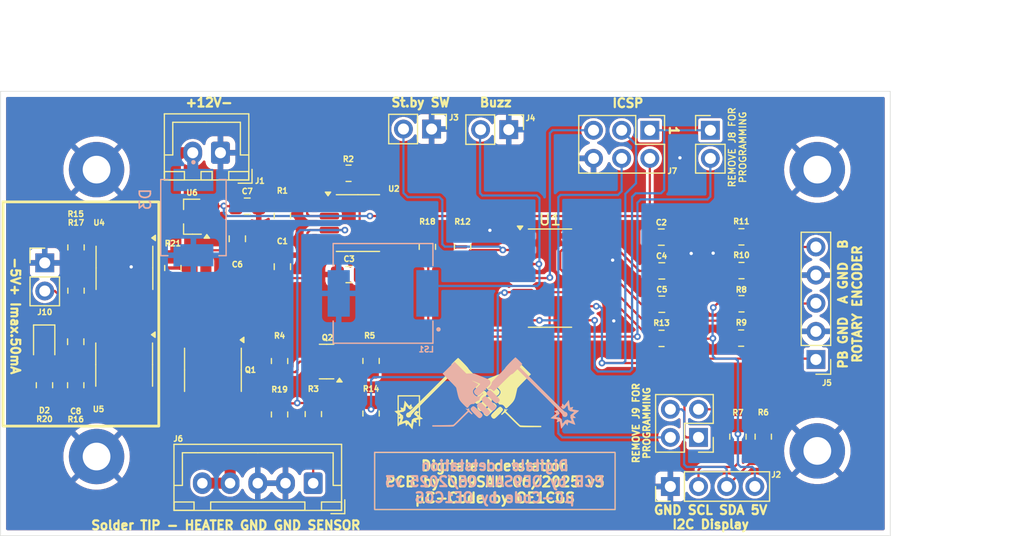
<source format=kicad_pcb>
(kicad_pcb (version 20240108) (generator "pcbnew") (generator_version "8.0")
  (layers (0 "F.Cu" signal) (31 "B.Cu" signal) (34 "B.Paste" user) (35 "F.Paste" user) (36 "B.SilkS" user "B.Silkscreen") (37 "F.SilkS" user "F.Silkscreen") (38 "B.Mask" user) (39 "F.Mask" user) (44 "Edge.Cuts" user))
  (net 0 "")
  (net 1 "GND")
  (net 2 "Net-(U2-+)")
  (net 3 "+5V")
  (net 4 "Net-(U1-PA3)")
  (net 5 "+12V")
  (net 6 "Net-(J2-Pin_2)")
  (net 7 "Net-(J2-Pin_3)")
  (net 8 "Net-(J3-Pin_2)")
  (net 9 "Net-(J4-Pin_2)")
  (net 10 "Net-(J5-Pin_1)")
  (net 11 "Net-(J5-Pin_3)")
  (net 12 "Net-(J5-Pin_5)")
  (net 13 "Net-(J6-Pin_4)")
  (net 14 "Net-(J6-Pin_1)")
  (net 15 "Net-(J8-Pin_2)")
  (net 16 "Net-(J7-MISO)")
  (net 17 "Net-(Q1-G)")
  (net 18 "Net-(Q2-G)")
  (net 19 "Net-(U2--)")
  (net 20 "Net-(R18-Pad1)")
  (net 24 "Net-(J7-~{RST})")
  (net 25 "Net-(U1-AREF{slash}PA0)")
  (net 26 "Net-(U1-PA1)")
  (net 27 "Net-(U1-PB2)")
  (net 28 "Net-(D1-A)")
  (net 30 "Net-(J7-MOSI)")
  (net 31 "Net-(J7-SCK)")
  (net 32 "Net-(U5-ADJ)")
  (net 33 "Net-(R15-Pad1)")
  (net 38 "Net-(J10-Pin_2)")
  (net 39 "Net-(D2-A)")
  (net 40 "Net-(U4-ADJ)")
  (net 41 "Net-(U4-VI)")
  (footprint "Resistor_SMD:R_0805_2012Metric_Pad1.20x1.40mm_HandSolder" (layer "F.Cu") (at 139.2174 85.6648 90)
    (property "Reference" "R12")
    (property "Value" "10k")
  )
  (footprint "Capacitor_SMD:C_0805_2012Metric_Pad1.18x1.45mm_HandSolder" (layer "F.Cu") (at 128.9597 88.17 180)
    (property "Reference" "C3")
    (property "Value" "10nF")
  )
  (footprint "Resistor_SMD:R_0805_2012Metric_Pad1.20x1.40mm_HandSolder" (layer "F.Cu") (at 125.7554 100.7712 90)
    (property "Reference" "R3")
    (property "Value" "5K6")
  )
  (footprint "Resistor_SMD:R_0805_2012Metric_Pad1.20x1.40mm_HandSolder" (layer "F.Cu") (at 164.3794 87.8144)
    (property "Reference" "R10")
    (property "Value" "10k")
  )
  (footprint "Resistor_SMD:R_0805_2012Metric_Pad1.20x1.40mm_HandSolder" (layer "F.Cu") (at 104.3432 85.7186 -90)
    (property "Reference" "R15")
    (property "Value" "27")
  )
  (footprint "Capacitor_SMD:C_0805_2012Metric_Pad1.18x1.45mm_HandSolder" (layer "F.Cu") (at 157.1889 90.8498 180)
    (property "Reference" "C5")
    (property "Value" "10nF")
  )
  (footprint "MountingHole:MountingHole_2.5mm_Pad" (layer "F.Cu") (at 106.1974 78.6958)
    (property "Reference" "H1" (hide yes))
    (property "Value" "MountingHole_Pad" (hide yes))
  )
  (footprint "Resistor_SMD:R_0805_2012Metric_Pad1.20x1.40mm_HandSolder" (layer "F.Cu") (at 104.3432 89.6272 -90)
    (property "Reference" "R17")
    (property "Value" "750")
  )
  (footprint "Resistor_SMD:R_0805_2012Metric_Pad1.20x1.40mm_HandSolder" (layer "F.Cu") (at 136.0424 85.6714 -90)
    (property "Reference" "R18")
    (property "Value" "5K6")
  )
  (footprint "Connector_PinHeader_2.54mm:PinHeader_1x04_P2.54mm_Vertical" (layer "F.Cu") (at 157.9626 107.3089 90)
    (property "Reference" "J2")
    (property "Value" "I2C")
  )
  (footprint "Resistor_SMD:R_0805_2012Metric_Pad1.20x1.40mm_HandSolder" (layer "F.Cu") (at 122.7074 95.9802 -90)
    (property "Reference" "R4")
    (property "Value" "10K")
  )
  (footprint "Resistor_SMD:R_0805_2012Metric_Pad1.20x1.40mm_HandSolder" (layer "F.Cu") (at 113.0808 87.5792 90)
    (property "Reference" "R21")
    (property "Value" "0")
  )
  (footprint "Resistor_SMD:R_0805_2012Metric_Pad1.20x1.40mm_HandSolder" (layer "F.Cu") (at 130.9624 95.9706 90)
    (property "Reference" "R5")
    (property "Value" "1K")
  )
  (footprint "Package_TO_SOT_SMD:SOT-23" (layer "F.Cu") (at 126.9469 96.0272 180)
    (property "Reference" "Q2")
    (property "Value" "IRLML2060")
  )
  (footprint "Resistor_SMD:R_0805_2012Metric_Pad1.20x1.40mm_HandSolder" (layer "F.Cu") (at 122.7074 100.8032 90)
    (property "Reference" "R19")
    (property "Value" "100k")
  )
  (footprint "Connector_PinHeader_2.54mm:PinHeader_1x02_P2.54mm_Vertical" (layer "F.Cu") (at 161.5694 75.1398)
    (property "Reference" "J8" (hide yes))
    (property "Value" "PROG-JUMP")
  )
  (footprint "Connector_PinHeader_2.54mm:PinHeader_1x02_P2.54mm_Vertical" (layer "F.Cu") (at 143.383 75.0824 -90)
    (property "Reference" "J4")
    (property "Value" "Buzz")
  )
  (footprint "MountingHole:MountingHole_2.5mm_Pad" (layer "F.Cu") (at 106.1974 104.6038)
    (property "Reference" "H3" (hide yes))
    (property "Value" "MountingHole_Pad" (hide yes))
  )
  (footprint "Connector_PinHeader_2.54mm:PinHeader_2x03_P2.54mm_Vertical" (layer "F.Cu") (at 156.1084 75.1398 -90)
    (property "Reference" "J7")
    (property "Value" "ISP")
  )
  (footprint "Package_TO_SOT_SMD:SOT-23_Handsoldering" (layer "F.Cu") (at 114.8066 82.9478 180)
    (property "Reference" "U6")
    (property "Value" "MCP1703Ax-120xxTT")
  )
  (footprint "Package_SO:SOIC-8_3.9x4.9mm_P1.27mm" (layer "F.Cu") (at 108.6866 96.3026 -90)
    (property "Reference" "U5")
    (property "Value" "LM317L_SO8")
  )
  (footprint "Connector_JST:JST_XH_B2B-XH-A_1x02_P2.50mm_Vertical" (layer "F.Cu") (at 117.3734 77.1718 180)
    (property "Reference" "J1")
    (property "Value" "12V POW")
  )
  (footprint "Capacitor_SMD:C_0805_2012Metric_Pad1.18x1.45mm_HandSolder" (layer "F.Cu") (at 122.9614 87.4588 90)
    (property "Reference" "C1")
    (property "Value" "10nF")
  )
  (footprint "Package_SO:SO-8_3.9x4.9mm_P1.27mm" (layer "F.Cu") (at 129.7782 83.5218)
    (property "Reference" "U2")
    (property "Value" "OPA336Ux")
  )
  (footprint "MountingHole:MountingHole_2.5mm_Pad" (layer "F.Cu") (at 171.2214 104.0958)
    (property "Reference" "H2" (hide yes))
    (property "Value" "MountingHole_Pad" (hide yes))
  )
  (footprint "Capacitor_SMD:C_0805_2012Metric_Pad1.18x1.45mm_HandSolder" (layer "F.Cu") (at 157.1889 87.8398)
    (property "Reference" "C4")
    (property "Value" "10nF")
  )
  (footprint "Resistor_SMD:R_0805_2012Metric_Pad1.20x1.40mm_HandSolder" (layer "F.Cu") (at 164.3794 90.8116 180)
    (property "Reference" "R8")
    (property "Value" "10k")
  )
  (footprint "Package_SO:SOIC-8_3.9x4.9mm_P1.27mm" (layer "F.Cu") (at 116.695 96.7734 -90)
    (property "Reference" "Q1")
    (property "Value" "IRF7416")
  )
  (footprint "Connector_PinHeader_2.54mm:PinHeader_1x02_P2.54mm_Vertical" (layer "F.Cu") (at 101.5238 87.117)
    (property "Reference" "J10")
    (property "Value" "5V/50mA")
  )
  (footprint "Resistor_SMD:R_0805_2012Metric_Pad1.20x1.40mm_HandSolder" (layer "F.Cu") (at 164.3474 93.9104 180)
    (property "Reference" "R9")
    (property "Value" "10k")
  )
  (footprint "Resistor_SMD:R_0805_2012Metric_Pad1.20x1.40mm_HandSolder" (layer "F.Cu") (at 130.9624 100.7204 90)
    (property "Reference" "R14")
    (property "Value" "10k")
  )
  (footprint "Resistor_SMD:R_0805_2012Metric_Pad1.20x1.40mm_HandSolder" (layer "F.Cu") (at 101.4984 98.1616 -90)
    (property "Reference" "R20")
    (property "Value" "10k")
  )
  (footprint "Resistor_SMD:R_0805_2012Metric_Pad1.20x1.40mm_HandSolder" (layer "F.Cu") (at 164.0586 102.8098 90)
    (property "Reference" "R7")
    (property "Value" "4k7")
  )
  (footprint "Capacitor_SMD:C_0805_2012Metric_Pad1.18x1.45mm_HandSolder" (layer "F.Cu") (at 119.7903 81.9978)
    (property "Reference" "C7")
    (property "Value" "1uF")
  )
  (footprint "Resistor_SMD:R_0805_2012Metric_Pad1.20x1.40mm_HandSolder" (layer "F.Cu") (at 128.9304 79.026)
    (property "Reference" "R2")
    (property "Value" "68k")
  )
  (footprint "Resistor_SMD:R_0805_2012Metric_Pad1.20x1.40mm_HandSolder" (layer "F.Cu") (at 122.9614 82.8708 90)
    (property "Reference" "R1")
    (property "Value" "100R")
  )
  (footprint "LED_SMD:LED_0805_2012Metric" (layer "F.Cu") (at 134.366 100.8103 -90)
    (property "Reference" "D1" (hide yes))
    (property "Value" "LED" (hide yes))
  )
  (footprint "Resistor_SMD:R_0805_2012Metric_Pad1.20x1.40mm_HandSolder" (layer "F.Cu") (at 104.3178 98.1616 -90)
    (property "Reference" "R16")
    (property "Value" "240")
  )
  (footprint "Resistor_SMD:R_0805_2012Metric_Pad1.20x1.40mm_HandSolder" (layer "F.Cu") (at 164.3728 84.7664 180)
    (property "Reference" "R11")
    (property "Value" "10k")
  )
  (footprint "Capacitor_SMD:C_0805_2012Metric_Pad1.18x1.45mm_HandSolder" (layer "F.Cu") (at 104.3178 94.2367 90)
    (property "Reference" "C8")
    (property "Value" "1uF")
  )
  (footprint "LED_SMD:LED_0805_2012Metric" (layer "F.Cu") (at 101.473 94.4118 -90)
    (property "Reference" "D2")
    (property "Value" "LED")
  )
  (footprint "Capacitor_SMD:C_0805_2012Metric_Pad1.18x1.45mm_HandSolder" (layer "F.Cu") (at 118.8974 84.9403 90)
    (property "Reference" "C6")
    (property "Value" "1uF")
  )
  (footprint "Connector_PinHeader_2.54mm:PinHeader_1x02_P2.54mm_Vertical" (layer "F.Cu") (at 136.4234 75.0316 -90)
    (property "Reference" "J3")
    (property "Value" "Std.by")
  )
  (footprint "LOGO" (layer "F.Cu") (at 139.8524 98.7552)
    (property "Reference" "G10" (hide yes))
    (property "Value" "LOGO" (hide yes))
  )
  (footprint "Package_SO:SOIC-8_3.9x4.9mm_P1.27mm" (layer "F.Cu") (at 108.712 87.565 -90)
    (property "Reference" "U4")
    (property "Value" "LM317L_SO8")
  )
  (footprint "Package_SO:SOIC-14_3.9x8.7mm_P1.27mm" (layer "F.Cu") (at 147.1026 88.4936)
    (property "Reference" "U1")
    (property "Value" "ATtiny84-20SS")
  )
  (footprint "Connector_PinHeader_2.54mm:PinHeader_1x05_P2.54mm_Vertical" (layer "F.Cu") (at 171.0944 95.8408 180)
    (property "Reference" "J5")
    (property "Value" "Conn_01x05_Pin")
  )
  (footprint "Resistor_SMD:R_0805_2012Metric_Pad1.20x1.40mm_HandSolder" (layer "F.Cu") (at 166.3446 102.8098 90)
    (property "Reference" "R6")
    (property "Value" "4k7")
  )
  (footprint "MountingHole:MountingHole_2.5mm_Pad" (layer "F.Cu") (at 171.2214 78.6958)
    (property "Reference" "H4" (hide yes))
    (property "Value" "MountingHole_Pad" (hide yes))
  )
  (footprint "Resistor_SMD:R_0805_2012Metric_Pad1.20x1.40mm_HandSolder" (layer "F.Cu") (at 157.1674 93.9358)
    (property "Reference" "R13")
    (property "Value" "10k")
  )
  (footprint "Connector_JST:JST_XH_B5B-XH-A_1x05_P2.50mm_Vertical" (layer "F.Cu") (at 125.7408 107.0102 180)
    (property "Reference" "J6")
    (property "Value" "Tip")
  )
  (footprint "Capacitor_SMD:C_0805_2012Metric_Pad1.18x1.45mm_HandSolder" (layer "F.Cu") (at 157.1459 84.7918)
    (property "Reference" "C2")
    (property "Value" "100nF")
  )
  (footprint "Connector_PinHeader_2.54mm:PinHeader_2x02_P2.54mm_Vertical" (layer "F.Cu") (at 160.5026 102.8766 180)
    (property "Reference" "J9" (hide yes))
    (property "Value" "PROG-JUMP2")
  )
  (footprint "LOGO" (layer "B.Cu") (at 142.948334 98.7044 180)
    (property "Reference" "G10" (hide yes))
    (property "Value" "LOGO" (hide yes))
  )
  (footprint "CPT-9019S-SMT:CUI_CPT-9019S-SMT" (layer "B.Cu") (at 132.0424 89.8718 90)
    (property "Reference" "LS1")
    (property "Value" "CPT-9019S-SMT" (hide yes))
  )
  (footprint "SK55C:DIO_SK55C" (layer "B.Cu") (at 114.935 83.029 -90)
    (property "Reference" "D3")
    (property "Value" "SK55C")
  )
  (gr_rect (start 97.7646 81.6102) (end 111.8108 101.854) (stroke (width 0.25)) (fill none) (layer "F.SilkS"))
  (gr_line (start 97.536 71.628) (end 177.8 71.628) (stroke (width 0.05)) (layer "Edge.Cuts"))
  (gr_line (start 177.8 71.628) (end 177.8 111.76) (stroke (width 0.05)) (layer "Edge.Cuts"))
  (gr_line (start 177.8 111.76) (end 97.536 111.76) (stroke (width 0.05)) (layer "Edge.Cuts"))
  (gr_line (start 97.536 111.76) (end 97.536 71.628) (stroke (width 0.05)) (layer "Edge.Cuts"))
  (gr_text "REMOVE J8 FOR\nPROGRAMMING" (at 164.846 76.6826 90) (layer "F.SilkS") (effects (font (size 0.6 0.6) (thickness 0.12) (bold yes)) (justify bottom)))
  (gr_text "1" (at 157.8102 74.6572 -90) (layer "F.SilkS") (effects (font (size 0.8 0.8) (thickness 0.2) (bold yes)) (justify left bottom)))
  (gr_text "ICSP" (at 152.6286 73.1586 0) (layer "F.SilkS") (effects (font (size 0.8 0.8) (thickness 0.2) (bold yes)) (justify left bottom)))
  (gr_text "PB GND  A GND  B\nROTARY ENCODER" (at 175.2854 90.837 90) (layer "F.SilkS") (effects (font (size 0.8 0.8) (thickness 0.2) (bold yes)) (justify bottom)))
  (gr_text "REMOVE J9 FOR\nPROGRAMMING" (at 156.1846 101.5812 90) (layer "F.SilkS") (effects (font (size 0.6 0.6) (thickness 0.15) (bold yes)) (justify bottom)))
  (gr_text "Solder TIP - HEATER GND GND SENSOR" (at 117.856 111.2774 0) (layer "F.SilkS") (effects (font (size 0.8 0.8) (thickness 0.2) (bold yes)) (justify bottom)))
  (gr_text "St.by SW" (at 132.6896 73.1012 0) (layer "F.SilkS") (effects (font (size 0.8 0.8) (thickness 0.2) (bold yes)) (justify left bottom)))
  (gr_text "GND SCL SDA 5V\nI2C Display" (at 161.5948 111.1951 0) (layer "F.SilkS") (effects (font (size 0.8 0.8) (thickness 0.2) (bold yes)) (justify bottom)))
  (gr_text "-5V+ Imax.50mA" (at 98.3996 86.5124 270) (layer "F.SilkS") (effects (font (size 0.8 0.8) (thickness 0.2) (bold yes)) (justify left bottom)))
  (gr_text "Buzz" (at 140.6652 73.1012 0) (layer "F.SilkS") (effects (font (size 0.8 0.8) (thickness 0.2) (bold yes)) (justify left bottom)))
  (gr_text "+12V-" (at 114.1222 73.1078 0) (layer "F.SilkS") (effects (font (size 0.8 0.8) (thickness 0.2) (bold yes)) (justify left bottom)))
  (gr_text_box "Digitale Loetstation\nPCB by OE9SAU 06/2025 v3\nµC-Code by OE1CGS" (start 131.2672 104.2162) (end 152.9588 109.3724) (layer "B.SilkS") (effects (font (size 0.9 0.9) (thickness 0.2) (bold yes)) (justify top mirror)) (border yes) (stroke (width 0.1)))
  (gr_text_box "Digitale Loetstation\nPCB by OE9SAU 06/2025 v3\nµC-Code by OE1CGS" (start 131.2926 104.2416) (end 152.9842 109.3978) (layer "F.SilkS") (effects (font (size 0.9 0.9) (thickness 0.2) (bold yes)) (justify top)) (border yes) (stroke (width 0.1)))
  (segment (start 120.7408 107.347) (end 120.7538 107.36) (width 1) (layer "F.Cu") (net 1))
  (via (at 161.8234 86.2396) (size 0.6) (drill 0.3) (layers "F.Cu" "B.Cu") (net 1))
  (via (at 152.7556 86.868) (size 0.6) (drill 0.3) (layers "F.Cu" "B.Cu") (net 1))
  (via (at 109.3216 87.4776) (size 0.6) (drill 0.3) (layers "F.Cu" "B.Cu") (net 1))
  (via (at 159.8422 86.265) (size 0.6) (drill 0.3) (layers "F.Cu" "B.Cu") (net 1))
  (via (at 152.8572 92.3544) (size 0.6) (drill 0.3) (layers "F.Cu" "B.Cu") (net 1))
  (via (at 141.6812 84.1756) (size 0.6) (drill 0.3) (layers "F.Cu" "B.Cu") (net 1))
  (via (at 158.8262 77.629) (size 0.6) (drill 0.3) (layers "F.Cu" "B.Cu") (net 1))
  (segment (start 124.2756 99.8032) (end 124.3076 99.7712) (width 0.2) (layer "F.Cu") (net 2))
  (segment (start 124.9465 88.4963) (end 122.9614 88.4963) (width 0.2) (layer "F.Cu") (net 2))
  (segment (start 122.7074 99.8032) (end 124.2756 99.8032) (width 0.2) (layer "F.Cu") (net 2))
  (segment (start 125.222 88.2208) (end 124.9465 88.4963) (width 0.2) (layer "F.Cu") (net 2))
  (segment (start 125.222 84.4108) (end 125.222 88.2208) (width 0.2) (layer "F.Cu") (net 2))
  (segment (start 124.3076 99.7712) (end 125.7554 99.7712) (width 0.2) (layer "F.Cu") (net 2))
  (segment (start 125.476 84.1568) (end 125.222 84.4108) (width 0.2) (layer "F.Cu") (net 2))
  (segment (start 128.6002 84.1568) (end 125.476 84.1568) (width 0.2) (layer "F.Cu") (net 2))
  (via (at 124.3076 99.7712) (size 0.6) (drill 0.3) (layers "F.Cu" "B.Cu") (net 2))
  (via (at 128.6002 84.1568) (size 0.6) (drill 0.3) (layers "F.Cu" "B.Cu") (net 2))
  (segment (start 124.3076 84.4296) (end 124.5804 84.1568) (width 0.2) (layer "B.Cu") (net 2))
  (segment (start 124.5804 84.1568) (end 128.6002 84.1568) (width 0.2) (layer "B.Cu") (net 2))
  (segment (start 124.3076 99.7712) (end 124.3076 84.4296) (width 0.2) (layer "B.Cu") (net 2))
  (segment (start 164.3888 83.1662) (end 164.1348 82.9122) (width 0.2) (layer "F.Cu") (net 3))
  (segment (start 143.9887 82.8907) (end 156.1084 82.8907) (width 0.2) (layer "F.Cu") (net 3))
  (segment (start 116.3066 81.9978) (end 117.6528 81.9978) (width 0.2) (layer "F.Cu") (net 3))
  (segment (start 158.192 93.9604) (end 161.7734 93.9604) (width 0.2) (layer "F.Cu") (net 3))
  (segment (start 132.8706 82.8868) (end 132.8745 82.8907) (width 0.2) (layer "F.Cu") (net 3))
  (segment (start 139.2174 82.9161) (end 139.192 82.8907) (width 0.2) (layer "F.Cu") (net 3))
  (segment (start 162.2044 90.7862) (end 163.3794 90.7862) (width 0.2) (layer "F.Cu") (net 3))
  (segment (start 130.8608 82.8868) (end 132.8706 82.8868) (width 0.2) (layer "F.Cu") (net 3))
  (segment (start 158.1674 93.9358) (end 158.192 93.9604) (width 0.2) (layer "F.Cu") (net 3))
  (segment (start 161.8361 91.1545) (end 162.2044 90.7862) (width 0.2) (layer "F.Cu") (net 3))
  (segment (start 161.7734 93.9604) (end 161.798 93.9358) (width 0.2) (layer "F.Cu") (net 3))
  (segment (start 139.192 82.8907) (end 143.9887 82.8907) (width 0.2) (layer "F.Cu") (net 3))
  (segment (start 156.1084 77.6798) (end 156.1084 78.8315) (width 0.2) (layer "F.Cu") (net 3))
  (segment (start 117.6782 81.9724) (end 117.7036 81.9978) (width 0.2) (layer "F.Cu") (net 3))
  (segment (start 144.526 82.8907) (end 143.9887 82.8907) (width 0.2) (layer "F.Cu") (net 3))
  (segment (start 156.1084 84.7918) (end 156.1084 82.8907) (width 0.2) (layer "F.Cu") (net 3))
  (segment (start 117.6528 81.9978) (end 117.6782 81.9724) (width 0.2) (layer "F.Cu") (net 3))
  (segment (start 166.3446 101.8098) (end 164.0586 101.8098) (width 0.2) (layer "F.Cu") (net 3))
  (segment (start 163.3794 90.7862) (end 163.3794 87.8144) (width 0.2) (layer "F.Cu") (net 3))
  (segment (start 163.3794 87.8144) (end 164.3888 86.805) (width 0.2) (layer "F.Cu") (net 3))
  (segment (start 164.3888 86.805) (end 164.3888 83.1662) (width 0.2) (layer "F.Cu") (net 3))
  (segment (start 164.0586 102.5652) (end 164.0586 101.8098) (width 0.2) (layer "F.Cu") (net 3))
  (segment (start 117.7036 81.9978) (end 118.7528 81.9978) (width 0.2) (layer "F.Cu") (net 3))
  (segment (start 156.1084 78.8315) (end 156.1084 82.8907) (width 0.2) (layer "F.Cu") (net 3))
  (segment (start 144.526 84.6648) (end 144.526 82.8907) (width 0.2) (layer "F.Cu") (net 3))
  (segment (start 164.1133 82.8907) (end 164.2618 83.0392) (width 0.2) (layer "F.Cu") (net 3))
  (segment (start 139.2174 84.6648) (end 139.2174 82.9161) (width 0.2) (layer "F.Cu") (net 3))
  (segment (start 156.1084 82.8907) (end 164.1133 82.8907) (width 0.2) (layer "F.Cu") (net 3))
  (segment (start 158.1674 93.9358) (end 158.6728 94.4412) (width 0.2) (layer "F.Cu") (net 3))
  (segment (start 132.8745 82.8907) (end 139.192 82.8907) (width 0.2) (layer "F.Cu") (net 3))
  (via (at 161.8361 91.1545) (size 0.6) (drill 0.3) (layers "F.Cu" "B.Cu") (net 3))
  (via (at 161.798 93.9358) (size 0.6) (drill 0.3) (layers "F.Cu" "B.Cu") (net 3))
  (via (at 117.6782 81.9724) (size 0.6) (drill 0.3) (layers "F.Cu" "B.Cu") (net 3))
  (via (at 164.0586 102.5652) (size 0.6) (drill 0.3) (layers "F.Cu" "B.Cu") (net 3))
  (via (at 130.8608 82.8868) (size 0.6) (drill 0.3) (layers "F.Cu" "B.Cu") (net 3))
  (segment (start 164.3126 105.5436) (end 164.0586 105.2896) (width 0.2) (layer "B.Cu") (net 3))
  (segment (start 165.5826 107.3089) (end 165.5826 105.7722) (width 0.2) (layer "B.Cu") (net 3))
  (segment (start 117.9322 82.8868) (end 117.6782 82.6328) (width 0.2) (layer "B.Cu") (net 3))
  (segment (start 161.7726 93.9104) (end 161.798 93.9358) (width 0.2) (layer "B.Cu") (net 3))
  (segment (start 165.354 105.5436) (end 164.3126 105.5436) (width 0.2) (layer "B.Cu") (net 3))
  (segment (start 161.8361 91.1545) (end 161.7726 91.218) (width 0.2) (layer "B.Cu") (net 3))
  (segment (start 161.798 95.536) (end 161.798 93.9358) (width 0.2) (layer "B.Cu") (net 3))
  (segment (start 162.0266 95.7646) (end 161.798 95.536) (width 0.2) (layer "B.Cu") (net 3))
  (segment (start 161.7726 91.218) (end 161.7726 93.9104) (width 0.2) (layer "B.Cu") (net 3))
  (segment (start 164.0586 105.2896) (end 164.0586 95.9678) (width 0.2) (layer "B.Cu") (net 3))
  (segment (start 165.5826 105.7722) (end 165.354 105.5436) (width 0.2) (layer "B.Cu") (net 3))
  (segment (start 117.6782 82.6328) (end 117.6782 81.9724) (width 0.2) (layer "B.Cu") (net 3))
  (segment (start 130.8608 82.8868) (end 117.9322 82.8868) (width 0.2) (layer "B.Cu") (net 3))
  (segment (start 164.0586 95.9678) (end 163.8554 95.7646) (width 0.2) (layer "B.Cu") (net 3))
  (segment (start 163.8554 95.7646) (end 162.0266 95.7646) (width 0.2) (layer "B.Cu") (net 3))
  (segment (start 147.066 90.0176) (end 147.32 89.7636) (width 0.2) (layer "F.Cu") (net 4))
  (segment (start 130.0187 88.1485) (end 130.0187 86.9547) (width 0.2) (layer "F.Cu") (net 4))
  (segment (start 136.1186 92.9894) (end 136.3472 93.218) (width 0.2) (layer "F.Cu") (net 4))
  (segment (start 147.32 89.7636) (end 149.5776 89.7636) (width 0.2) (layer "F.Cu") (net 4))
  (segment (start 147.066 93.0148) (end 147.066 90.0176) (width 0.2) (layer "F.Cu") (net 4))
  (segment (start 146.8628 93.218) (end 147.066 93.0148) (width 0.2) (layer "F.Cu") (net 4))
  (segment (start 136.3472 93.218) (end 146.8628 93.218) (width 0.2) (layer "F.Cu") (net 4))
  (segment (start 130.2976 86.6758) (end 136.1186 86.6758) (width 0.2) (layer "F.Cu") (net 4))
  (segment (start 136.1186 86.6758) (end 136.1186 92.9894) (width 0.2) (layer "F.Cu") (net 4))
  (segment (start 130.0187 86.9547) (end 130.2976 86.6758) (width 0.2) (layer "F.Cu") (net 4))
  (segment (start 113.3066 77.6506) (end 113.3066 80.6196) (width 1) (layer "F.Cu") (net 5))
  (segment (start 118.6 94.9802) (end 122.7074 94.9802) (width 0.2) (layer "F.Cu") (net 5))
  (segment (start 118.6725 95.0384) (end 116.8275 95.0384) (width 0.5) (layer "F.Cu") (net 5))
  (segment (start 115.81 94.8384) (end 118.35 94.8384) (width 0.5) (layer "F.Cu") (net 5))
  (segment (start 113.35 86.31) (end 113.35 82.9912) (width 1) (layer "F.Cu") (net 5))
  (segment (start 113.0808 86.5792) (end 113.3 86.36) (width 1) (layer "F.Cu") (net 5))
  (segment (start 116.08 93.5784) (end 116.06 93.5984) (width 0.5) (layer "F.Cu") (net 5))
  (segment (start 113.0808 86.5792) (end 113.5516 87.05) (width 0.2) (layer "F.Cu") (net 5))
  (segment (start 118.67125 93.2484) (end 116.08875 93.2484) (width 0.5) (layer "F.Cu") (net 5))
  (segment (start 113.7854 77.1718) (end 113.3066 77.6506) (width 1) (layer "F.Cu") (net 5))
  (segment (start 118.6 94.2984) (end 118.6 94.9802) (width 0.2) (layer "F.Cu") (net 5))
  (segment (start 115.94 94.0084) (end 118.48 94.0084) (width 0.5) (layer "F.Cu") (net 5))
  (segment (start 115.8 95.2884) (end 115.8 92.4984) (width 0.5) (layer "F.Cu") (net 5))
  (segment (start 115.81 94.5284) (end 118.35 94.5284) (width 0.5) (layer "F.Cu") (net 5))
  (segment (start 116.06 87.0024) (end 116.06 94.81) (width 1) (layer "F.Cu") (net 5))
  (segment (start 113.0808 86.5792) (end 113.35 86.31) (width 1) (layer "F.Cu") (net 5))
  (segment (start 122.3394 94.9482) (end 122.7074 94.5802) (width 0.2) (layer "F.Cu") (net 5))
  (segment (start 118.6625 93.5784) (end 116.08 93.5784) (width 0.5) (layer "F.Cu") (net 5))
  (segment (start 118.71 93.2484) (end 118.71 95.2284) (width 0.5) (layer "F.Cu") (net 5))
  (segment (start 115.79 95.2984) (end 118.71 95.2984) (width 0.5) (layer "F.Cu") (net 5))
  (segment (start 114.8734 77.1718) (end 113.7854 77.1718) (width 1) (layer "F.Cu") (net 5))
  (segment (start 118.6 94.2984) (end 117.87 95.0284) (width 0.5) (layer "F.Cu") (net 5))
  (segment (start 115.4176 86.36) (end 116.06 87.0024) (width 1) (layer "F.Cu") (net 5))
  (segment (start 118.71 95.2284) (end 118.64 95.2984) (width 0.5) (layer "F.Cu") (net 5))
  (segment (start 115.79 95.2984) (end 115.8 95.2884) (width 0.5) (layer "F.Cu") (net 5))
  (segment (start 115.79 95.0384) (end 118.33 95.0384) (width 0.5) (layer "F.Cu") (net 5))
  (segment (start 113.3066 80.6196) (end 113.3066 82.9478) (width 1) (layer "F.Cu") (net 5))
  (segment (start 118.8974 85.9778) (end 113.6822 85.9778) (width 0.2) (layer "F.Cu") (net 5))
  (segment (start 116.06 94.2984) (end 118.6 94.2984) (width 0.5) (layer "F.Cu") (net 5))
  (segment (start 113.6822 85.9778) (end 113.0808 86.5792) (width 0.2) (layer "F.Cu") (net 5))
  (segment (start 113.35 82.9912) (end 113.3066 82.9478) (width 1) (layer "F.Cu") (net 5))
  (segment (start 117.87 95.0284) (end 116.025 95.0284) (width 0.5) (layer "F.Cu") (net 5))
  (segment (start 113.3 86.36) (end 115.4176 86.36) (width 1) (layer "F.Cu") (net 5))
  (segment (start 114.8734 79.5674) (end 114.935 79.629) (width 1) (layer "B.Cu") (net 5))
  (segment (start 114.8734 77.1718) (end 114.8734 79.5674) (width 1) (layer "B.Cu") (net 5))
  (segment (start 160.5026 107.3089) (end 160.5026 105.7976) (width 0.2) (layer "F.Cu") (net 6))
  (segment (start 162.5092 100.3366) (end 160.5026 100.3366) (width 0.2) (layer "F.Cu") (net 6))
  (segment (start 160.5026 105.7976) (end 160.7566 105.5436) (width 0.2) (layer "F.Cu") (net 6))
  (segment (start 163.7284 105.5436) (end 164.0586 105.2134) (width 0.2) (layer "F.Cu") (net 6))
  (segment (start 160.6296 107.1819) (end 160.5026 107.3089) (width 0.2) (layer "F.Cu") (net 6))
  (segment (start 163.036 103.8098) (end 162.7632 103.537) (width 0.2) (layer "F.Cu") (net 6))
  (segment (start 160.7566 105.5436) (end 163.7284 105.5436) (width 0.2) (layer "F.Cu") (net 6))
  (segment (start 162.7632 103.537) (end 162.7632 100.5906) (width 0.2) (layer "F.Cu") (net 6))
  (segment (start 164.0586 105.2134) (end 164.0586 103.8098) (width 0.2) (layer "F.Cu") (net 6))
  (segment (start 164.0586 103.8098) (end 163.036 103.8098) (width 0.2) (layer "F.Cu") (net 6))
  (segment (start 162.7632 100.5906) (end 162.5092 100.3366) (width 0.2) (layer "F.Cu") (net 6))
  (segment (start 166.3446 104.934) (end 166.007515 105.271085) (width 0.2) (layer "F.Cu") (net 7))
  (segment (start 166.007515 105.271085) (end 165.080415 105.271085) (width 0.2) (layer "F.Cu") (net 7))
  (segment (start 166.3446 103.8098) (end 166.3446 104.934) (width 0.2) (layer "F.Cu") (net 7))
  (segment (start 165.080415 105.271085) (end 163.0426 107.3089) (width 0.2) (layer "F.Cu") (net 7))
  (segment (start 162.8394 105.5436) (end 163.0426 105.7468) (width 0.2) (layer "B.Cu") (net 7))
  (segment (start 158.9786 100.3366) (end 159.2072 100.5652) (width 0.2) (layer "B.Cu") (net 7))
  (segment (start 157.9626 100.3366) (end 158.9786 100.3366) (width 0.2) (layer "B.Cu") (net 7))
  (segment (start 159.2072 100.5652) (end 159.2072 105.315) (width 0.2) (layer "B.Cu") (net 7))
  (segment (start 159.2072 105.315) (end 159.4358 105.5436) (width 0.2) (layer "B.Cu") (net 7))
  (segment (start 163.0426 105.7468) (end 163.0426 107.3089) (width 0.2) (layer "B.Cu") (net 7))
  (segment (start 159.4358 105.5436) (end 162.8394 105.5436) (width 0.2) (layer "B.Cu") (net 7))
  (segment (start 142.8496 85.9536) (end 139.9286 85.9536) (width 0.2) (layer "F.Cu") (net 8))
  (segment (start 139.9286 85.9536) (end 139.2174 86.6648) (width 0.2) (layer "F.Cu") (net 8))
  (segment (start 142.8496 85.9536) (end 144.6276 85.9536) (width 0.2) (layer "F.Cu") (net 8))
  (via (at 142.8496 85.9536) (size 0.6) (drill 0.3) (layers "F.Cu" "B.Cu") (net 8))
  (segment (start 142.5448 85.6488) (end 142.8496 85.9536) (width 0.2) (layer "B.Cu") (net 8))
  (segment (start 133.8834 74.8604) (end 133.8834 80.7974) (width 0.2) (layer "B.Cu") (net 8))
  (segment (start 137.1346 81.185) (end 137.3886 81.439) (width 0.2) (layer "B.Cu") (net 8))
  (segment (start 133.8834 80.7974) (end 134.271 81.185) (width 0.2) (layer "B.Cu") (net 8))
  (segment (start 137.3886 85.4202) (end 137.6172 85.6488) (width 0.2) (layer "B.Cu") (net 8))
  (segment (start 137.3886 81.439) (end 137.3886 85.4202) (width 0.2) (layer "B.Cu") (net 8))
  (segment (start 134.271 81.185) (end 137.1346 81.185) (width 0.2) (layer "B.Cu") (net 8))
  (segment (start 137.6172 85.6488) (end 142.5448 85.6488) (width 0.2) (layer "B.Cu") (net 8))
  (segment (start 146.05 87.2236) (end 144.6276 87.2236) (width 0.2) (layer "F.Cu") (net 9))
  (via (at 146.1008 87.2236) (size 0.6) (drill 0.3) (layers "F.Cu" "B.Cu") (net 9))
  (segment (start 140.7922 80.8228) (end 141.002 81.0326) (width 0.2) (layer "B.Cu") (net 9))
  (segment (start 140.843 75.0824) (end 140.7922 75.1332) (width 0.2) (layer "B.Cu") (net 9))
  (segment (start 136.7094 89.2048) (end 136.0424 89.8718) (width 0.2) (layer "B.Cu") (net 9))
  (segment (start 146.1516 89.0016) (end 145.9484 89.2048) (width 0.2) (layer "B.Cu") (net 9))
  (segment (start 146.1516 81.28) (end 146.1516 89.0016) (width 0.2) (layer "B.Cu") (net 9))
  (segment (start 145.9484 89.2048) (end 136.7094 89.2048) (width 0.2) (layer "B.Cu") (net 9))
  (segment (start 141.002 81.0326) (end 145.9042 81.0326) (width 0.2) (layer "B.Cu") (net 9))
  (segment (start 145.9042 81.0326) (end 146.1516 81.28) (width 0.2) (layer "B.Cu") (net 9))
  (segment (start 140.7922 75.1332) (end 140.7922 80.8228) (width 0.2) (layer "B.Cu") (net 9))
  (segment (start 150.7252 88.4936) (end 156.1674 93.9358) (width 0.2) (layer "F.Cu") (net 10))
  (segment (start 156.1674 95.4934) (end 156.1674 93.9358) (width 0.2) (layer "F.Cu") (net 10))
  (segment (start 149.5776 88.4936) (end 150.7252 88.4936) (width 0.2) (layer "F.Cu") (net 10))
  (segment (start 171.0944 95.8408) (end 171.0182 95.7646) (width 0.2) (layer "F.Cu") (net 10))
  (segment (start 156.4386 95.7646) (end 156.1674 95.4934) (width 0.2) (layer "F.Cu") (net 10))
  (segment (start 171.0182 95.7646) (end 156.4386 95.7646) (width 0.2) (layer "F.Cu") (net 10))
  (segment (start 171.0944 90.7862) (end 165.6588 90.7862) (width 0.2) (layer "F.Cu") (net 11))
  (segment (start 165.6588 90.7862) (end 165.3474 91.0976) (width 0.2) (layer "F.Cu") (net 11))
  (segment (start 165.3474 91.0976) (end 165.3474 93.9104) (width 0.2) (layer "F.Cu") (net 11))
  (segment (start 165.3728 84.7664) (end 165.3728 85.0646) (width 0.2) (layer "F.Cu") (net 12))
  (segment (start 165.3794 84.7664) (end 165.3794 85.6046) (width 0.2) (layer "F.Cu") (net 12))
  (segment (start 165.3794 84.741) (end 165.3794 87.7128) (width 0.2) (layer "F.Cu") (net 12))
  (segment (start 165.3794 85.7062) (end 165.4048 85.6808) (width 0.2) (layer "F.Cu") (net 12))
  (segment (start 165.4048 85.6808) (end 171.0944 85.6808) (width 0.2) (layer "F.Cu") (net 12))
  (segment (start 118.25 100.3684) (end 118.25 107.001) (width 1) (layer "F.Cu") (net 13))
  (segment (start 114.79 99.2484) (end 114.81 99.2684) (width 0.5) (layer "F.Cu") (net 13))
  (segment (start 118.2408 107.0102) (end 115.7408 107.0102) (width 1) (layer "F.Cu") (net 13))
  (segment (start 117.945 99.6484) (end 114.895 99.6484) (width 0.5) (layer "F.Cu") (net 13))
  (segment (start 114.79 99.9584) (end 114.79 99.2484) (width 0.5) (layer "F.Cu") (net 13))
  (segment (start 118.23 100.3484) (end 117.84 99.9584) (width 0.5) (layer "F.Cu") (net 13))
  (segment (start 114.81 99.2684) (end 118.63 99.2684) (width 0.5) (layer "F.Cu") (net 13))
  (segment (start 118.23 100.3484) (end 118.25 100.3684) (width 1) (layer "F.Cu") (net 13))
  (segment (start 117.84 99.9584) (end 114.79 99.9584) (width 0.5) (layer "F.Cu") (net 13))
  (segment (start 117.965 98.8684) (end 114.915 98.8684) (width 0.5) (layer "F.Cu") (net 13))
  (segment (start 118.665 98.5184) (end 115.615 98.5184) (width 0.5) (layer "F.Cu") (net 13))
  (segment (start 118.23 107.3362) (end 118.2408 107.3254) (width 1) (layer "F.Cu") (net 13))
  (segment (start 118.23 99.6684) (end 118.23 100.3484) (width 1) (layer "F.Cu") (net 13))
  (segment (start 118.395 98.8684) (end 115.345 98.8684) (width 0.5) (layer "F.Cu") (net 13))
  (segment (start 117.79 100.1684) (end 114.74 100.1684) (width 0.5) (layer "F.Cu") (net 13))
  (segment (start 117.825 98.5184) (end 114.775 98.5184) (width 0.5) (layer "F.Cu") (net 13))
  (segment (start 118.25 107.001) (end 118.2408 107.0102) (width 1) (layer "F.Cu") (net 13))
  (segment (start 125.7554 101.7712) (end 125.7408 101.7858) (width 0.2) (layer "F.Cu") (net 14))
  (segment (start 125.7874 101.8032) (end 125.7554 101.7712) (width 0.2) (layer "F.Cu") (net 14))
  (segment (start 125.7408 102.2974) (end 125.7408 107.347) (width 0.2) (layer "F.Cu") (net 14))
  (segment (start 131.1656 93.7768) (end 130.9624 93.98) (width 0.2) (layer "F.Cu") (net 15))
  (segment (start 154.94 93.8784) (end 154.94 93.7768) (width 0.2) (layer "F.Cu") (net 15))
  (segment (start 154.94 93.7768) (end 131.1656 93.7768) (width 0.2) (layer "F.Cu") (net 15))
  (segment (start 130.9624 93.98) (end 130.9624 94.9706) (width 0.2) (layer "F.Cu") (net 15))
  (via (at 154.9908 93.7768) (size 0.6) (drill 0.3) (layers "F.Cu" "B.Cu") (net 15))
  (segment (start 154.9908 81.6864) (end 155.289 81.3882) (width 0.2) (layer "B.Cu") (net 15))
  (segment (start 161.3154 81.3882) (end 161.5694 81.1342) (width 0.2) (layer "B.Cu") (net 15))
  (segment (start 154.9908 93.7768) (end 154.9908 81.6864) (width 0.2) (layer "B.Cu") (net 15))
  (segment (start 155.289 81.3882) (end 161.3154 81.3882) (width 0.2) (layer "B.Cu") (net 15))
  (segment (start 161.5694 81.1342) (end 161.5694 77.8018) (width 0.2) (layer "B.Cu") (net 15))
  (segment (start 151.13 92.3036) (end 149.5776 92.3036) (width 0.2) (layer "F.Cu") (net 16))
  (via (at 151.13 92.3036) (size 0.6) (drill 0.3) (layers "F.Cu" "B.Cu") (net 16))
  (segment (start 151.13 92.3036) (end 151.13 96.4692) (width 0.2) (layer "B.Cu") (net 16))
  (segment (start 154.305 96.9264) (end 154.5082 96.7232) (width 0.2) (layer "B.Cu") (net 16))
  (segment (start 161.5694 75.2618) (end 161.4474 75.1398) (width 0.2) (layer "B.Cu") (net 16))
  (segment (start 151.13 96.4692) (end 151.13 96.6216) (width 0.2) (layer "B.Cu") (net 16))
  (segment (start 154.5082 81.1596) (end 154.5082 96.7232) (width 0.2) (layer "B.Cu") (net 16))
  (segment (start 161.4474 75.1398) (end 156.1084 75.1398) (width 0.2) (layer "B.Cu") (net 16))
  (segment (start 157.1244 80.8294) (end 154.8384 80.8294) (width 0.2) (layer "B.Cu") (net 16))
  (segment (start 151.4348 96.9264) (end 154.305 96.9264) (width 0.2) (layer "B.Cu") (net 16))
  (segment (start 151.13 96.6216) (end 151.4348 96.9264) (width 0.2) (layer "B.Cu") (net 16))
  (segment (start 154.8384 80.8294) (end 154.5082 81.1596) (width 0.2) (layer "B.Cu") (net 16))
  (segment (start 157.4038 75.1398) (end 157.4038 80.55) (width 0.2) (layer "B.Cu") (net 16))
  (segment (start 157.4038 80.55) (end 157.1244 80.8294) (width 0.2) (layer "B.Cu") (net 16))
  (segment (start 126.0094 96.0272) (end 124.5464 96.0272) (width 0.2) (layer "F.Cu") (net 17))
  (segment (start 114.79 96.7984) (end 114.9718 96.9802) (width 0.2) (layer "F.Cu") (net 17))
  (segment (start 124.333 96.777) (end 124.1298 96.9802) (width 0.2) (layer "F.Cu") (net 17))
  (segment (start 124.333 96.2406) (end 124.333 96.777) (width 0.2) (layer "F.Cu") (net 17))
  (segment (start 124.1298 96.9802) (end 122.7074 96.9802) (width 0.2) (layer "F.Cu") (net 17))
  (segment (start 114.79 94.2984) (end 114.79 96.7984) (width 0.2) (layer "F.Cu") (net 17))
  (segment (start 114.9718 96.9802) (end 122.7074 96.9802) (width 0.2) (layer "F.Cu") (net 17))
  (segment (start 124.5464 96.0272) (end 124.333 96.2406) (width 0.2) (layer "F.Cu") (net 17))
  (segment (start 130.9624 96.9706) (end 127.9622 96.9706) (width 0.2) (layer "F.Cu") (net 18))
  (segment (start 130.416 96.5454) (end 130.9624 97.0918) (width 0.2) (layer "F.Cu") (net 18))
  (segment (start 127.9622 96.9706) (end 127.8844 97.0484) (width 0.2) (layer "F.Cu") (net 18))
  (segment (start 122.9614 81.8708) (end 122.9868 81.8962) (width 0.2) (layer "F.Cu") (net 19))
  (segment (start 125.5268 79.0768) (end 127.8796 79.0768) (width 0.2) (layer "F.Cu") (net 19))
  (segment (start 125.1966 82.6836) (end 125.3998 82.8868) (width 0.2) (layer "F.Cu") (net 19))
  (segment (start 125.1966 81.8962) (end 125.1966 79.407) (width 0.2) (layer "F.Cu") (net 19))
  (segment (start 125.1966 79.407) (end 125.5268 79.0768) (width 0.2) (layer "F.Cu") (net 19))
  (segment (start 127.8796 79.0768) (end 127.9304 79.026) (width 0.2) (layer "F.Cu") (net 19))
  (segment (start 125.3998 82.8868) (end 127.2032 82.8868) (width 0.2) (layer "F.Cu") (net 19))
  (segment (start 122.9868 81.8962) (end 125.1966 81.8962) (width 0.2) (layer "F.Cu") (net 19))
  (segment (start 125.1966 81.8962) (end 125.1966 82.6836) (width 0.2) (layer "F.Cu") (net 19))
  (segment (start 136.0424 84.6714) (end 136.0038 84.6328) (width 0.2) (layer "F.Cu") (net 20))
  (segment (start 133.9088 84.6328) (end 133.4328 84.1568) (width 0.2) (layer "F.Cu") (net 20))
  (segment (start 130.1242 84.1568) (end 129.9304 83.963) (width 0.2) (layer "F.Cu") (net 20))
  (segment (start 132.3532 84.1568) (end 130.1242 84.1568) (width 0.2) (layer "F.Cu") (net 20))
  (segment (start 133.4328 84.1568) (end 132.3532 84.1568) (width 0.2) (layer "F.Cu") (net 20))
  (segment (start 129.9304 83.963) (end 129.9304 79.026) (width 0.2) (layer "F.Cu") (net 20))
  (segment (start 136.0038 84.6328) (end 133.9088 84.6328) (width 0.2) (layer "F.Cu") (net 20))
  (segment (start 144.6276 88.4936) (end 147.0406 88.4936) (width 0.2) (layer "F.Cu") (net 24))
  (segment (start 147.0406 88.4936) (end 147.0914 88.4428) (width 0.2) (layer "F.Cu") (net 24))
  (via (at 147.0914 88.4428) (size 0.6) (drill 0.3) (layers "F.Cu" "B.Cu") (net 24))
  (segment (start 147.3454 75.1398) (end 151.0284 75.1398) (width 0.2) (layer "B.Cu") (net 24))
  (segment (start 147.0914 75.3938) (end 147.3454 75.1398) (width 0.2) (layer "B.Cu") (net 24))
  (segment (start 147.0914 88.4428) (end 147.0914 75.3938) (width 0.2) (layer "B.Cu") (net 24))
  (segment (start 151.1396 87.8936) (end 154.0604 90.8144) (width 0.2) (layer "F.Cu") (net 25))
  (segment (start 163.3474 92.5388) (end 163.1442 92.3356) (width 0.2) (layer "F.Cu") (net 25))
  (segment (start 153.2824 85.9536) (end 149.5776 85.9536) (width 0.2) (layer "F.Cu") (net 25))
  (segment (start 151.0696 87.8936) (end 151.1396 87.8936) (width 0.2) (layer "F.Cu") (net 25))
  (segment (start 155.5496 92.3356) (end 154.0604 90.8464) (width 0.2) (layer "F.Cu") (net 25))
  (segment (start 148.0312 87.6808) (end 148.244 87.8936) (width 0.2) (layer "F.Cu") (net 25))
  (segment (start 154.0604 90.8464) (end 153.9748 90.7608) (width 0.2) (layer "F.Cu") (net 25))
  (segment (start 163.3474 93.9104) (end 163.3474 92.5388) (width 0.2) (layer "F.Cu") (net 25))
  (segment (start 148.1836 85.9536) (end 148.0312 86.106) (width 0.2) (layer "F.Cu") (net 25))
  (segment (start 154.0604 90.8144) (end 154.0604 90.8464) (width 0.2) (layer "F.Cu") (net 25))
  (segment (start 155.1686 87.8398) (end 153.2824 85.9536) (width 0.2) (layer "F.Cu") (net 25))
  (segment (start 163.1442 92.3356) (end 155.5496 92.3356) (width 0.2) (layer "F.Cu") (net 25))
  (segment (start 148.0312 86.106) (end 148.0312 87.6808) (width 0.2) (layer "F.Cu") (net 25))
  (segment (start 156.1514 87.8398) (end 155.1686 87.8398) (width 0.2) (layer "F.Cu") (net 25))
  (segment (start 149.5776 85.9536) (end 148.1836 85.9536) (width 0.2) (layer "F.Cu") (net 25))
  (segment (start 148.244 87.8936) (end 151.0696 87.8936) (width 0.2) (layer "F.Cu") (net 25))
  (segment (start 160.7566 89.4654) (end 156.3878 89.4654) (width 0.2) (layer "F.Cu") (net 26))
  (segment (start 156.1514 89.7018) (end 156.1514 90.8498) (width 0.2) (layer "F.Cu") (net 26))
  (segment (start 151.7076 87.2236) (end 149.5776 87.2236) (width 0.2) (layer "F.Cu") (net 26))
  (segment (start 160.909 84.995) (end 160.909 89.313) (width 0.2) (layer "F.Cu") (net 26))
  (segment (start 156.1514 90.8498) (end 155.3338 90.8498) (width 0.2) (layer "F.Cu") (net 26))
  (segment (start 161.1122 84.7918) (end 160.909 84.995) (width 0.2) (layer "F.Cu") (net 26))
  (segment (start 156.3878 89.4654) (end 156.1514 89.7018) (width 0.2) (layer "F.Cu") (net 26))
  (segment (start 155.3338 90.8498) (end 151.7076 87.2236) (width 0.2) (layer "F.Cu") (net 26))
  (segment (start 163.3794 84.7918) (end 161.1122 84.7918) (width 0.2) (layer "F.Cu") (net 26))
  (segment (start 160.909 89.313) (end 160.7566 89.4654) (width 0.2) (layer "F.Cu") (net 26))
  (segment (start 130.8354 100.3018) (end 130.9342 100.3018) (width 0.2) (layer "F.Cu") (net 27))
  (segment (start 143.0432 89.7636) (end 144.6276 89.7636) (width 0.2) (layer "F.Cu") (net 27))
  (segment (start 143.002 89.8048) (end 143.0432 89.7636) (width 0.2) (layer "F.Cu") (net 27))
  (segment (start 130.9342 100.3018) (end 130.9624 100.33) (width 0.2) (layer "F.Cu") (net 27))
  (via (at 130.9624 100.33) (size 0.6) (drill 0.3) (layers "F.Cu" "B.Cu") (net 27))
  (via (at 143.002 89.8048) (size 0.6) (drill 0.3) (layers "F.Cu" "B.Cu") (net 27))
  (segment (start 143.002 89.8048) (end 142.6052 89.8048) (width 0.2) (layer "B.Cu") (net 27))
  (segment (start 142.1892 97.4344) (end 131.2164 97.4344) (width 0.2) (layer "B.Cu") (net 27))
  (segment (start 142.3924 97.2312) (end 142.1892 97.4344) (width 0.2) (layer "B.Cu") (net 27))
  (segment (start 131.2164 97.4344) (end 130.9624 97.6884) (width 0.2) (layer "B.Cu") (net 27))
  (segment (start 130.9624 97.6884) (end 130.9624 100.33) (width 0.2) (layer "B.Cu") (net 27))
  (segment (start 142.6052 89.8048) (end 142.3924 90.0176) (width 0.2) (layer "B.Cu") (net 27))
  (segment (start 142.3924 90.0176) (end 142.3924 97.2312) (width 0.2) (layer "B.Cu") (net 27))
  (segment (start 130.9624 101.7204) (end 134.2832 101.7204) (width 0.2) (layer "F.Cu") (net 28))
  (segment (start 134.2832 101.7204) (end 134.366 101.8032) (width 0.2) (layer "F.Cu") (net 28))
  (segment (start 144.6276 92.3036) (end 146.1516 92.3036) (width 0.2) (layer "F.Cu") (net 30))
  (via (at 146.1516 92.3036) (size 0.6) (drill 0.3) (layers "F.Cu" "B.Cu") (net 30))
  (segment (start 147.8534 81.185) (end 148.0566 80.9818) (width 0.2) (layer "B.Cu") (net 30))
  (segment (start 147.8534 99.6508) (end 147.8534 92.3036) (width 0.2) (layer "B.Cu") (net 30))
  (segment (start 147.8534 92.3036) (end 146.1516 92.3036) (width 0.2) (layer "B.Cu") (net 30))
  (segment (start 148.0566 80.9818) (end 153.2382 80.9818) (width 0.2) (layer "B.Cu") (net 30))
  (segment (start 153.2382 80.9818) (end 153.5684 80.6516) (width 0.2) (layer "B.Cu") (net 30))
  (segment (start 153.5684 80.6516) (end 153.5684 77.6798) (width 0.2) (layer "B.Cu") (net 30))
  (segment (start 148.209 102.8766) (end 157.9626 102.8766) (width 0.2) (layer "B.Cu") (net 30))
  (segment (start 147.8534 99.6508) (end 147.8534 102.521) (width 0.2) (layer "B.Cu") (net 30))
  (segment (start 147.8534 102.521) (end 148.209 102.8766) (width 0.2) (layer "B.Cu") (net 30))
  (segment (start 147.8534 92.3036) (end 147.8534 81.185) (width 0.2) (layer "B.Cu") (net 30))
  (segment (start 151.7906 96.1646) (end 159.055 96.1646) (width 0.2) (layer "F.Cu") (net 31))
  (segment (start 151.2824 91.0336) (end 149.5776 91.0336) (width 0.2) (layer "F.Cu") (net 31))
  (segment (start 151.7904 96.1644) (end 151.7906 96.1646) (width 0.2) (layer "F.Cu") (net 31))
  (segment (start 159.2326 96.3422) (end 159.2326 102.6988) (width 0.2) (layer "F.Cu") (net 31))
  (segment (start 159.2326 102.6988) (end 159.4104 102.8766) (width 0.2) (layer "F.Cu") (net 31))
  (segment (start 159.055 96.1646) (end 159.2326 96.3422) (width 0.2) (layer "F.Cu") (net 31))
  (segment (start 159.4104 102.8766) (end 160.5026 102.8766) (width 0.2) (layer "F.Cu") (net 31))
  (via (at 151.2824 91.0336) (size 0.6) (drill 0.3) (layers "F.Cu" "B.Cu") (net 31))
  (via (at 151.7904 96.1644) (size 0.6) (drill 0.3) (layers "F.Cu" "B.Cu") (net 31))
  (segment (start 153.8986 80.887086) (end 154.8638 79.921886) (width 0.2) (layer "B.Cu") (net 31))
  (segment (start 151.7904 91.2368) (end 151.5872 91.0336) (width 0.2) (layer "B.Cu") (net 31))
  (segment (start 151.7904 96.1644) (end 151.7904 91.2368) (width 0.2) (layer "B.Cu") (net 31))
  (segment (start 154.8638 76.4352) (end 153.5684 75.1398) (width 0.2) (layer "B.Cu") (net 31))
  (segment (start 154.8638 79.921886) (end 154.8638 76.4352) (width 0.2) (layer "B.Cu") (net 31))
  (segment (start 153.8986 95.9866) (end 153.8986 80.887086) (width 0.2) (layer "B.Cu") (net 31))
  (segment (start 151.5872 91.0336) (end 151.2824 91.0336) (width 0.2) (layer "B.Cu") (net 31))
  (segment (start 151.7904 96.1644) (end 153.7208 96.1644) (width 0.2) (layer "B.Cu") (net 31))
  (segment (start 153.7208 96.1644) (end 153.8986 95.9866) (width 0.2) (layer "B.Cu") (net 31))
  (segment (start 103.2698 93.1992) (end 103.0986 93.3704) (width 0.2) (layer "F.Cu") (net 32))
  (segment (start 106.048 93.8306) (end 105.4166 93.1992) (width 0.2) (layer "F.Cu") (net 32))
  (segment (start 103.0986 93.3704) (end 103.0986 96.9772) (width 0.2) (layer "F.Cu") (net 32))
  (segment (start 103.283 97.1616) (end 104.3178 97.1616) (width 0.2) (layer "F.Cu") (net 32))
  (segment (start 104.3178 93.1992) (end 103.2698 93.1992) (width 0.2) (layer "F.Cu") (net 32))
  (segment (start 104.3432 90.6272) (end 104.3432 93.1738) (width 0.2) (layer "F.Cu") (net 32))
  (segment (start 104.3432 93.1738) (end 104.3178 93.1992) (width 0.2) (layer "F.Cu") (net 32))
  (segment (start 105.4166 93.1992) (end 104.3178 93.1992) (width 0.2) (layer "F.Cu") (net 32))
  (segment (start 106.8324 93.8306) (end 106.048 93.8306) (width 0.2) (layer "F.Cu") (net 32))
  (segment (start 103.0986 96.9772) (end 103.283 97.1616) (width 0.2) (layer "F.Cu") (net 32))
  (segment (start 108.077 83.9978) (end 108.077 85.09) (width 0.2) (layer "F.Cu") (net 33))
  (segment (start 108.077 85.09) (end 109.347 85.09) (width 0.2) (layer "F.Cu") (net 33))
  (segment (start 108.077 90.04) (end 109.347 90.04) (width 0.2) (layer "F.Cu") (net 33))
  (segment (start 108.077 85.09) (end 108.077 90.04) (width 0.2) (layer "F.Cu") (net 33))
  (segment (start 104.5514 83.815) (end 107.8942 83.815) (width 0.2) (layer "F.Cu") (net 33))
  (segment (start 107.8942 83.815) (end 108.077 83.9978) (width 0.2) (layer "F.Cu") (net 33))
  (segment (start 104.3432 84.0232) (end 104.5514 83.815) (width 0.2) (layer "F.Cu") (net 33))
  (segment (start 104.3432 84.7186) (end 104.3432 84.0232) (width 0.2) (layer "F.Cu") (net 33))
  (segment (start 109.3216 98.041) (end 109.3216 98.8314) (width 0.2) (layer "F.Cu") (net 38))
  (segment (start 108.0516 93.8276) (end 108.0516 95.2754) (width 0.2) (layer "F.Cu") (net 38))
  (segment (start 102.6922 99.1108) (end 102.6414 99.1616) (width 0.2) (layer "F.Cu") (net 38))
  (segment (start 108.0516 95.2754) (end 108.0504 95.2742) (width 0.2) (layer "F.Cu") (net 38))
  (segment (start 104.3178 99.1616) (end 101.4984 99.1616) (width 0.2) (layer "F.Cu") (net 38))
  (segment (start 108.1816 93.7514) (end 108.1024 93.8306) (width 0.2) (layer "F.Cu") (net 38))
  (segment (start 108.0516 95.2754) (end 108.0516 96.6978) (width 0.2) (layer "F.Cu") (net 38))
  (segment (start 102.6922 89.916) (end 102.6922 99.1108) (width 0.2) (layer "F.Cu") (net 38))
  (segment (start 109.3216 98.7776) (end 108.0516 98.7776) (width 0.2) (layer "F.Cu") (net 38))
  (segment (start 105.8164 96.6978) (end 108.0516 96.6978) (width 0.2) (layer "F.Cu") (net 38))
  (segment (start 105.6132 98.933) (end 105.6132 96.901) (width 0.2) (layer "F.Cu") (net 38))
  (segment (start 101.5238 89.657) (end 102.4332 89.657) (width 0.2) (layer "F.Cu") (net 38))
  (segment (start 102.6414 99.1616) (end 101.4984 99.1616) (width 0.2) (layer "F.Cu") (net 38))
  (segment (start 108.0516 98.2218) (end 108.0516 98.041) (width 0.2) (layer "F.Cu") (net 38))
  (segment (start 108.0516 96.6978) (end 108.0516 98.7776) (width 0.2) (layer "F.Cu") (net 38))
  (segment (start 108.1024 98.7806) (end 108.077 98.7552) (width 0.2) (layer "F.Cu") (net 38))
  (segment (start 104.3178 99.1616) (end 105.3846 99.1616) (width 0.2) (layer "F.Cu") (net 38))
  (segment (start 108.0504 95.2742) (end 104.3178 95.2742) (width 0.2) (layer "F.Cu") (net 38))
  (segment (start 109.347 93.7514) (end 108.1816 93.7514) (width 0.2) (layer "F.Cu") (net 38))
  (segment (start 105.3846 99.1616) (end 105.6132 98.933) (width 0.2) (layer "F.Cu") (net 38))
  (segment (start 102.4332 89.657) (end 102.6922 89.916) (width 0.2) (layer "F.Cu") (net 38))
  (segment (start 105.6132 96.901) (end 105.8164 96.6978) (width 0.2) (layer "F.Cu") (net 38))
  (segment (start 101.4984 97.1616) (end 101.4984 95.3747) (width 0.2) (layer "F.Cu") (net 39))
  (segment (start 101.4984 95.3747) (end 101.473 95.3493) (width 0.2) (layer "F.Cu") (net 39))
  (segment (start 110.617 92.9356) (end 110.617 92.202) (width 0.2) (layer "F.Cu") (net 40))
  (segment (start 106.7308 85.0138) (end 105.918 85.0138) (width 0.2) (layer "F.Cu") (net 40))
  (segment (start 105.8926 92.0242) (end 105.6894 91.821) (width 0.2) (layer "F.Cu") (net 40))
  (segment (start 105.6894 91.821) (end 105.6894 86.614) (width 0.2) (layer "F.Cu") (net 40))
  (segment (start 105.6894 85.2424) (end 105.6894 86.614) (width 0.2) (layer "F.Cu") (net 40))
  (segment (start 105.6894 86.614) (end 105.5848 86.7186) (width 0.2) (layer "F.Cu") (net 40))
  (segment (start 110.4392 92.0242) (end 105.8926 92.0242) (width 0.2) (layer "F.Cu") (net 40))
  (segment (start 105.918 85.0138) (end 105.6894 85.2424) (width 0.2) (layer "F.Cu") (net 40))
  (segment (start 110.617 92.202) (end 110.4392 92.0242) (width 0.2) (layer "F.Cu") (net 40))
  (segment (start 105.5848 86.7186) (end 104.3432 86.7186) (width 0.2) (layer "F.Cu") (net 40))
  (segment (start 106.807 85.09) (end 106.7308 85.0138) (width 0.2) (layer "F.Cu") (net 40))
  (segment (start 110.8804 88.5792) (end 113.0808 88.5792) (width 0.2) (layer "F.Cu") (net 41))
  (segment (start 110.617 85.09) (end 110.617 88.3158) (width 0.2) (layer "F.Cu") (net 41))
  (segment (start 110.617 88.3158) (end 110.8804 88.5792) (width 0.2) (layer "F.Cu") (net 41))
  (zone (net 1) (net_name "GND") (layers "F&B.Cu") (connect_pads (clearance 0.25)) (min_thickness 0.25) (fill yes (thermal_gap 0.5) (thermal_bridge_width 0.5))
    (polygon (pts (xy 97.536 71.628) (xy 97.536 111.76) (xy 177.8 111.76) (xy 177.8 71.628)))
  )
)
</source>
